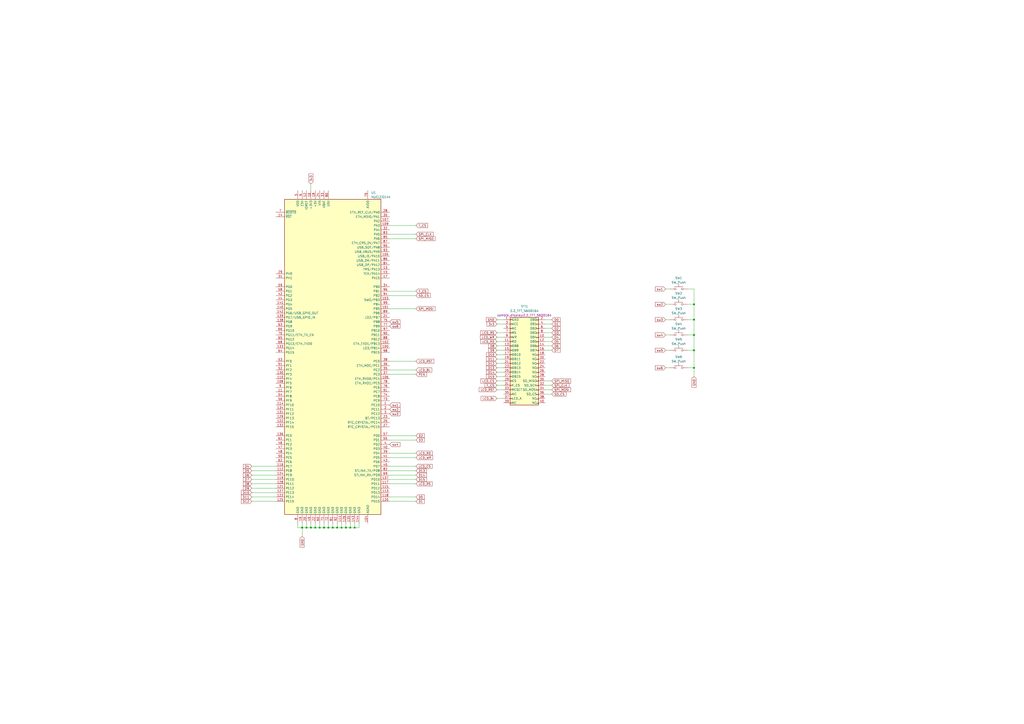
<source format=kicad_sch>
(kicad_sch (version 20230121) (generator eeschema)
  (paper "A2")
  (lib_symbols
    (symbol "Switch:SW_Push" (pin_numbers hide) (pin_names (offset 1.016) hide)
      (property "Reference" "SW" (at 1.27 2.54 0))
      (property "Value" "SW_Push" (at 0 -1.524 0))
      (symbol "SW_Push_0_1"
        (circle (center -2.032 0) (radius 0.508))
        (polyline (pts (xy 0 1.27) (xy 0 3.048)))
        (polyline (pts (xy 2.54 1.27) (xy -2.54 1.27)))
        (circle (center 2.032 0) (radius 0.508))
        (pin passive line (at -5.08 0 0) (length 2.54) (name "1") (number "1"))
        (pin passive line (at 5.08 0 180) (length 2.54) (name "2") (number "2"))
      )
    )
    (symbol "zombie_display:2.2_TFT_S6D0164" (pin_names (offset 1.016))
      (property "Reference" "TFT" (at 0 27.94 0))
      (property "Value" "2.2_TFT_S6D0164" (at 0 -25.4 0))
      (property "Footprint" "zombie_display:2.2_TFT_S6D0164" (at 0.254 -27.559 0))
      (symbol "2.2_TFT_S6D0164_1_1"
        (rectangle (start -7.6454 26.6446) (end 8.89 -24.13) (stroke (width 0.254)) (fill (type background)))
        (rectangle (start -7.62 -22.86) (end -6.35 -23.114) (stroke (width 0.1524)))
        (rectangle (start -7.62 -20.32) (end -6.35 -20.574) (stroke (width 0.1524)))
        (rectangle (start -7.62 -17.78) (end -6.35 -18.034) (stroke (width 0.1524)))
        (rectangle (start -7.62 -15.113) (end -6.35 -15.367) (stroke (width 0.1524)))
        (rectangle (start -7.62 -12.573) (end -6.35 -12.827) (stroke (width 0.1524)))
        (rectangle (start -7.62 -10.033) (end -6.35 -10.287) (stroke (width 0.1524)))
        (rectangle (start -7.62 -7.493) (end -6.35 -7.747) (stroke (width 0.1524)))
        (rectangle (start -7.62 -4.953) (end -6.35 -5.207) (stroke (width 0.1524)))
        (rectangle (start -7.62 -2.413) (end -6.35 -2.667) (stroke (width 0.1524)))
        (rectangle (start -7.62 0.127) (end -6.35 -0.127) (stroke (width 0.1524)))
        (rectangle (start -7.62 2.667) (end -6.35 2.413) (stroke (width 0.1524)))
        (rectangle (start -7.62 5.207) (end -6.35 4.953) (stroke (width 0.1524)))
        (rectangle (start -7.62 7.747) (end -6.35 7.493) (stroke (width 0.1524)))
        (rectangle (start -7.62 10.287) (end -6.35 10.033) (stroke (width 0.1524)))
        (rectangle (start -7.62 12.827) (end -6.35 12.573) (stroke (width 0.1524)))
        (rectangle (start -7.62 15.367) (end -6.35 15.113) (stroke (width 0.1524)))
        (rectangle (start -7.62 17.907) (end -6.35 17.653) (stroke (width 0.1524)))
        (rectangle (start -7.62 20.447) (end -6.35 20.193) (stroke (width 0.1524)))
        (rectangle (start -7.62 22.987) (end -6.35 22.733) (stroke (width 0.1524)))
        (rectangle (start -7.62 25.527) (end -6.35 25.273) (stroke (width 0.1524)))
        (rectangle (start 7.62 -15.24) (end 8.89 -15.494) (stroke (width 0.1524)))
        (rectangle (start 7.62 -2.54) (end 8.89 -2.794) (stroke (width 0.1524)))
        (rectangle (start 7.6962 -22.987) (end 8.9662 -23.241) (stroke (width 0.1524)))
        (rectangle (start 7.6962 -20.447) (end 8.9662 -20.701) (stroke (width 0.1524)))
        (rectangle (start 7.6962 -17.907) (end 8.9662 -18.161) (stroke (width 0.1524)))
        (rectangle (start 8.89 -12.7) (end 7.62 -12.954) (stroke (width 0.1524)))
        (rectangle (start 8.89 -10.16) (end 7.62 -10.414) (stroke (width 0.1524)))
        (rectangle (start 8.89 -7.62) (end 7.62 -7.874) (stroke (width 0.1524)))
        (rectangle (start 8.89 -5.08) (end 7.62 -5.334) (stroke (width 0.1524)))
        (rectangle (start 8.89 0) (end 7.62 -0.254) (stroke (width 0.1524)))
        (rectangle (start 8.89 2.54) (end 7.62 2.286) (stroke (width 0.1524)))
        (rectangle (start 8.89 5.08) (end 7.62 4.826) (stroke (width 0.1524)))
        (rectangle (start 8.89 7.62) (end 7.62 7.366) (stroke (width 0.1524)))
        (rectangle (start 8.89 10.16) (end 7.62 9.906) (stroke (width 0.1524)))
        (rectangle (start 8.89 12.7) (end 7.62 12.446) (stroke (width 0.1524)))
        (rectangle (start 8.89 15.24) (end 7.62 14.986) (stroke (width 0.1524)))
        (rectangle (start 8.89 17.78) (end 7.62 17.526) (stroke (width 0.1524)))
        (rectangle (start 8.89 20.32) (end 7.62 20.066) (stroke (width 0.1524)))
        (rectangle (start 8.89 22.86) (end 7.62 22.606) (stroke (width 0.1524)))
        (rectangle (start 8.89 25.4) (end 7.62 25.146) (stroke (width 0.1524)))
        (pin passive line (at -11.43 25.4 0) (length 3.81) (name "GND") (number "1"))
        (pin passive line (at 12.7 15.24 180) (length 3.81) (name "DB4") (number "10"))
        (pin passive line (at -11.43 12.7 0) (length 3.81) (name "RD") (number "11"))
        (pin passive line (at 12.7 12.7 180) (length 3.81) (name "DB5") (number "12"))
        (pin passive line (at -11.43 10.16 0) (length 3.81) (name "DB8") (number "13"))
        (pin passive line (at 12.7 10.16 180) (length 3.81) (name "DB6") (number "14"))
        (pin passive line (at -11.43 7.62 0) (length 3.81) (name "DB9") (number "15"))
        (pin passive line (at 12.7 7.62 180) (length 3.81) (name "DB7") (number "16"))
        (pin passive line (at -11.43 5.08 0) (length 3.81) (name "DB10") (number "17"))
        (pin free line (at 12.7 5.08 180) (length 3.81) (name "NC") (number "18"))
        (pin passive line (at -11.43 2.54 0) (length 3.81) (name "DB11") (number "19"))
        (pin passive line (at 12.7 25.4 180) (length 3.81) (name "DB0") (number "2"))
        (pin free line (at 12.7 2.54 180) (length 3.81) (name "NC") (number "20"))
        (pin passive line (at -11.43 0 0) (length 3.81) (name "DB12") (number "21"))
        (pin free line (at 12.7 0 180) (length 3.81) (name "NC") (number "22"))
        (pin passive line (at -11.43 -2.54 0) (length 3.81) (name "DB13") (number "23"))
        (pin free line (at 12.7 -2.54 180) (length 3.81) (name "NC") (number "24"))
        (pin passive line (at -11.43 -5.08 0) (length 3.81) (name "DB14") (number "25"))
        (pin free line (at 12.7 -5.08 180) (length 3.81) (name "NC") (number "26"))
        (pin passive line (at -11.43 -7.62 0) (length 3.81) (name "DB15") (number "27"))
        (pin free line (at 12.7 -7.62 180) (length 3.81) (name "NC") (number "28"))
        (pin passive line (at -11.43 -10.16 0) (length 3.81) (name "CS") (number "29"))
        (pin passive line (at -11.43 22.86 0) (length 3.81) (name "VCC") (number "3"))
        (pin passive line (at 12.7 -10.16 180) (length 3.81) (name "SD_MISO") (number "30"))
        (pin passive line (at -11.43 -12.7 0) (length 3.81) (name "F_CS") (number "31"))
        (pin passive line (at 12.7 -12.7 180) (length 3.81) (name "SD_SCK") (number "32"))
        (pin passive line (at -11.43 -15.24 0) (length 3.81) (name "RESET") (number "33"))
        (pin passive line (at 12.7 -15.24 180) (length 3.81) (name "SD_MOSI") (number "34"))
        (pin free line (at -11.43 -17.78 0) (length 3.81) (name "NC") (number "35"))
        (pin passive line (at 12.7 -17.78 180) (length 3.81) (name "SD_CS") (number "36"))
        (pin passive line (at -11.43 -20.32 0) (length 3.81) (name "LED_A") (number "37"))
        (pin free line (at 12.7 -20.32 180) (length 3.81) (name "NC") (number "38"))
        (pin free line (at -11.43 -22.86 0) (length 3.81) (name "NC") (number "39"))
        (pin passive line (at 12.7 22.86 180) (length 3.81) (name "DB1") (number "4"))
        (pin free line (at 12.7 -22.86 180) (length 3.81) (name "NC") (number "40"))
        (pin free line (at -11.43 20.32 0) (length 3.81) (name "NC") (number "5"))
        (pin passive line (at 12.7 20.32 180) (length 3.81) (name "DB2") (number "6"))
        (pin passive line (at -11.43 17.78 0) (length 3.81) (name "RS") (number "7"))
        (pin passive line (at 12.7 17.78 180) (length 3.81) (name "DB3") (number "8"))
        (pin passive line (at -11.43 15.24 0) (length 3.81) (name "WR") (number "9"))
      )
    )
    (symbol "zombie_nucleo:NUCLEO144-Short"
      (property "Reference" "U" (at -22.86 94.615 0))
      (property "Value" "NUCLEO144" (at -22.86 92.71 0))
      (symbol "NUCLEO144-Short_0_1"
        (rectangle (start -27.94 91.44) (end 27.94 -91.44) (stroke (width 0.254)) (fill (type background)))
      )
      (symbol "NUCLEO144-Short_1_1"
        (pin bidirectional line (at 33.02 -27.94 180) (length 5.08) (name "PC10") (number "1"))
        (pin no_connect line (at -27.94 55.88 0) (length 5.08) hide (name "NC") (number "10"))
        (pin bidirectional line (at 33.02 5.08 180) (length 5.08) (name "LD3/PB14") (number "100"))
        (pin bidirectional line (at 33.02 27.94 180) (length 5.08) (name "PB5") (number "101"))
        (pin bidirectional line (at 33.02 7.62 180) (length 5.08) (name "ETH_TXD1/PB13") (number "102"))
        (pin bidirectional line (at 33.02 33.02 180) (length 5.08) (name "SWO/PB3") (number "103"))
        (pin power_in line (at 20.32 -96.52 90) (length 5.08) (name "AGND") (number "104"))
        (pin bidirectional line (at 33.02 58.42 180) (length 5.08) (name "USB_ID/PA10") (number "105"))
        (pin bidirectional line (at 33.02 -12.7 180) (length 5.08) (name "ETH_RXD0/PC4") (number "106"))
        (pin bidirectional line (at 33.02 78.74 180) (length 5.08) (name "PA2") (number "107"))
        (pin bidirectional line (at -33.02 -15.24 0) (length 5.08) (name "PF5") (number "108"))
        (pin bidirectional line (at 33.02 76.2 180) (length 5.08) (name "PA3") (number "109"))
        (pin bidirectional line (at -33.02 -20.32 0) (length 5.08) (name "PF7") (number "11"))
        (pin bidirectional line (at -33.02 -12.7 0) (length 5.08) (name "PF4") (number "110"))
        (pin power_in line (at 5.08 -96.52 90) (length 5.08) (name "GND") (number "111"))
        (pin bidirectional line (at -33.02 -66.04 0) (length 5.08) (name "PE8") (number "112"))
        (pin bidirectional line (at 33.02 -78.74 180) (length 5.08) (name "PD13") (number "113"))
        (pin bidirectional line (at -33.02 -27.94 0) (length 5.08) (name "PF10") (number "114"))
        (pin bidirectional line (at 33.02 -76.2 180) (length 5.08) (name "PD12") (number "115"))
        (pin bidirectional line (at -33.02 -63.5 0) (length 5.08) (name "PE7") (number "116"))
        (pin bidirectional line (at 33.02 -73.66 180) (length 5.08) (name "PD11") (number "117"))
        (pin bidirectional line (at 33.02 -81.28 180) (length 5.08) (name "PD14") (number "118"))
        (pin bidirectional line (at -33.02 -71.12 0) (length 5.08) (name "PE10") (number "119"))
        (pin power_in line (at -15.24 96.52 270) (length 5.08) (name "IOREF") (number "12"))
        (pin bidirectional line (at 33.02 -83.82 180) (length 5.08) (name "PD15") (number "120"))
        (pin bidirectional line (at -33.02 -76.2 0) (length 5.08) (name "PE12") (number "121"))
        (pin bidirectional line (at -33.02 -38.1 0) (length 5.08) (name "PF14") (number "122"))
        (pin bidirectional line (at -33.02 -81.28 0) (length 5.08) (name "PE14") (number "123"))
        (pin bidirectional line (at -33.02 -68.58 0) (length 5.08) (name "PE9") (number "124"))
        (pin bidirectional line (at -33.02 -83.82 0) (length 5.08) (name "PE15") (number "125"))
        (pin power_in line (at 7.62 -96.52 90) (length 5.08) (name "GND") (number "126"))
        (pin bidirectional line (at -33.02 -78.74 0) (length 5.08) (name "PE13") (number "127"))
        (pin bidirectional line (at -33.02 -73.66 0) (length 5.08) (name "PE11") (number "128"))
        (pin bidirectional line (at -33.02 -35.56 0) (length 5.08) (name "PF13") (number "129"))
        (pin bidirectional line (at 33.02 50.8 180) (length 5.08) (name "TMS/PA13") (number "13"))
        (pin bidirectional line (at -33.02 -10.16 0) (length 5.08) (name "PF3") (number "130"))
        (pin bidirectional line (at -33.02 -33.02 0) (length 5.08) (name "PF12") (number "131"))
        (pin bidirectional line (at -33.02 -40.64 0) (length 5.08) (name "PF15") (number "132"))
        (pin bidirectional line (at -33.02 5.08 0) (length 5.08) (name "PG14") (number "133"))
        (pin bidirectional line (at -33.02 -30.48 0) (length 5.08) (name "PF11") (number "134"))
        (pin power_in line (at 10.16 -96.52 90) (length 5.08) (name "GND") (number "135"))
        (pin bidirectional line (at -33.02 -45.72 0) (length 5.08) (name "PE0") (number "136"))
        (pin bidirectional line (at 33.02 -71.12 180) (length 5.08) (name "PD10") (number "137"))
        (pin bidirectional line (at -33.02 20.32 0) (length 5.08) (name "PG8") (number "138"))
        (pin bidirectional line (at -33.02 22.86 0) (length 5.08) (name "PG7/USB_GPIO_IN") (number "139"))
        (pin input line (at -33.02 81.28 0) (length 5.08) (name "~{RST}") (number "14"))
        (pin bidirectional line (at -33.02 27.94 0) (length 5.08) (name "PG5") (number "140"))
        (pin bidirectional line (at -33.02 30.48 0) (length 5.08) (name "PG4") (number "141"))
        (pin bidirectional line (at -33.02 25.4 0) (length 5.08) (name "PG6/USB_GPIO_OUT") (number "142"))
        (pin power_in line (at 12.7 -96.52 90) (length 5.08) (name "GND") (number "143"))
        (pin power_in line (at 15.24 -96.52 90) (length 5.08) (name "GND") (number "144"))
        (pin bidirectional line (at 33.02 48.26 180) (length 5.08) (name "TCK/PA14") (number "15"))
        (pin power_in line (at -12.7 96.52 270) (length 5.08) (name "+3V3") (number "16"))
        (pin bidirectional line (at 33.02 45.72 180) (length 5.08) (name "PA15") (number "17"))
        (pin power_in line (at -10.16 96.52 270) (length 5.08) (name "+5V") (number "18"))
        (pin power_in line (at -17.78 -96.52 90) (length 5.08) (name "GND") (number "19"))
        (pin bidirectional line (at 33.02 -30.48 180) (length 5.08) (name "PC11") (number "2"))
        (pin power_in line (at -15.24 -96.52 90) (length 5.08) (name "GND") (number "20"))
        (pin bidirectional line (at 33.02 22.86 180) (length 5.08) (name "LD2/PB7") (number "21"))
        (pin power_in line (at -10.16 -96.52 90) (length 5.08) (name "GND") (number "22"))
        (pin bidirectional line (at 33.02 -35.56 180) (length 5.08) (name "BT/PC13") (number "23"))
        (pin power_in line (at -7.62 96.52 270) (length 5.08) (name "VIN") (number "24"))
        (pin bidirectional line (at 33.02 -38.1 180) (length 5.08) (name "RTC_CRYSTAL/PC14") (number "25"))
        (pin no_connect line (at -27.94 58.42 0) (length 5.08) hide (name "NC") (number "26"))
        (pin bidirectional line (at 33.02 -40.64 180) (length 5.08) (name "RTC_CRYSTAL/PC15") (number "27"))
        (pin bidirectional line (at 33.02 83.82 180) (length 5.08) (name "ETH_REF_CLK/PA0") (number "28"))
        (pin bidirectional line (at -33.02 48.26 0) (length 5.08) (name "PH0") (number "29"))
        (pin bidirectional line (at 33.02 -33.02 180) (length 5.08) (name "PC12") (number "3"))
        (pin bidirectional line (at 33.02 81.28 180) (length 5.08) (name "ETH_MDIO/PA1") (number "30"))
        (pin bidirectional line (at -33.02 45.72 0) (length 5.08) (name "PH1") (number "31"))
        (pin bidirectional line (at 33.02 73.66 180) (length 5.08) (name "PA4") (number "32"))
        (pin power_in line (at -5.08 96.52 270) (length 5.08) (name "VBAT") (number "33"))
        (pin bidirectional line (at 33.02 40.64 180) (length 5.08) (name "PB0") (number "34"))
        (pin bidirectional line (at 33.02 -7.62 180) (length 5.08) (name "PC2") (number "35"))
        (pin bidirectional line (at 33.02 -5.08 180) (length 5.08) (name "ETH_MDC/PC1") (number "36"))
        (pin bidirectional line (at 33.02 -10.16 180) (length 5.08) (name "PC3") (number "37"))
        (pin bidirectional line (at 33.02 -2.54 180) (length 5.08) (name "PC0") (number "38"))
        (pin bidirectional line (at 33.02 -55.88 180) (length 5.08) (name "PD4") (number "39"))
        (pin bidirectional line (at 33.02 -50.8 180) (length 5.08) (name "PD2") (number "4"))
        (pin bidirectional line (at 33.02 -53.34 180) (length 5.08) (name "PD3") (number "40"))
        (pin bidirectional line (at 33.02 -58.42 180) (length 5.08) (name "PD5") (number "41"))
        (pin bidirectional line (at -33.02 35.56 0) (length 5.08) (name "PG2") (number "42"))
        (pin bidirectional line (at 33.02 -60.96 180) (length 5.08) (name "PD6") (number "43"))
        (pin bidirectional line (at -33.02 33.02 0) (length 5.08) (name "PG3") (number "44"))
        (pin bidirectional line (at 33.02 -63.5 180) (length 5.08) (name "PD7") (number "45"))
        (pin bidirectional line (at -33.02 -50.8 0) (length 5.08) (name "PE2") (number "46"))
        (pin bidirectional line (at -33.02 -53.34 0) (length 5.08) (name "PE3") (number "47"))
        (pin bidirectional line (at -33.02 -55.88 0) (length 5.08) (name "PE4") (number "48"))
        (pin power_in line (at -12.7 -96.52 90) (length 5.08) (name "GND") (number "49"))
        (pin power_in line (at -20.32 96.52 270) (length 5.08) (name "VDD") (number "5"))
        (pin bidirectional line (at -33.02 -58.42 0) (length 5.08) (name "PE5") (number "50"))
        (pin bidirectional line (at -33.02 -5.08 0) (length 5.08) (name "PF1") (number "51"))
        (pin bidirectional line (at -33.02 -7.62 0) (length 5.08) (name "PF2") (number "52"))
        (pin bidirectional line (at -33.02 -2.54 0) (length 5.08) (name "PF0") (number "53"))
        (pin bidirectional line (at -33.02 -22.86 0) (length 5.08) (name "PF8") (number "54"))
        (pin bidirectional line (at 33.02 -48.26 180) (length 5.08) (name "PD1") (number "55"))
        (pin bidirectional line (at -33.02 -25.4 0) (length 5.08) (name "PF9") (number "56"))
        (pin bidirectional line (at 33.02 -45.72 180) (length 5.08) (name "PD0") (number "57"))
        (pin bidirectional line (at -33.02 38.1 0) (length 5.08) (name "PG1") (number "58"))
        (pin bidirectional line (at -33.02 40.64 0) (length 5.08) (name "PG0") (number "59"))
        (pin power_in line (at -17.78 96.52 270) (length 5.08) (name "E5V") (number "6"))
        (pin power_in line (at -7.62 -96.52 90) (length 5.08) (name "GND") (number "60"))
        (pin bidirectional line (at -33.02 -48.26 0) (length 5.08) (name "PE1") (number "61"))
        (pin bidirectional line (at -33.02 -60.96 0) (length 5.08) (name "PE6") (number "62"))
        (pin bidirectional line (at -33.02 17.78 0) (length 5.08) (name "PG9") (number "63"))
        (pin bidirectional line (at -33.02 2.54 0) (length 5.08) (name "PG15") (number "64"))
        (pin bidirectional line (at -33.02 10.16 0) (length 5.08) (name "PG12") (number "65"))
        (pin bidirectional line (at -33.02 15.24 0) (length 5.08) (name "PG10") (number "66"))
        (pin no_connect line (at -27.94 53.34 0) (length 5.08) hide (name "NC") (number "67"))
        (pin bidirectional line (at -33.02 7.62 0) (length 5.08) (name "PG13/ETH_TXD0") (number "68"))
        (pin bidirectional line (at 33.02 -68.58 180) (length 5.08) (name "STLINK_RX/PD9") (number "69"))
        (pin input line (at -33.02 83.82 0) (length 5.08) (name "~{BOOT0}") (number "7"))
        (pin bidirectional line (at -33.02 12.7 0) (length 5.08) (name "PG11/ETH_TX_EN") (number "70"))
        (pin power_in line (at -5.08 -96.52 90) (length 5.08) (name "GND") (number "71"))
        (pin power_in line (at -2.54 -96.52 90) (length 5.08) (name "GND") (number "72"))
        (pin bidirectional line (at 33.02 -25.4 180) (length 5.08) (name "PC9") (number "73"))
        (pin bidirectional line (at 33.02 -22.86 180) (length 5.08) (name "PC8") (number "74"))
        (pin bidirectional line (at 33.02 20.32 180) (length 5.08) (name "PB8") (number "75"))
        (pin bidirectional line (at 33.02 -17.78 180) (length 5.08) (name "PC6") (number "76"))
        (pin bidirectional line (at 33.02 17.78 180) (length 5.08) (name "PB9") (number "77"))
        (pin bidirectional line (at 33.02 -15.24 180) (length 5.08) (name "ETH_RXD1/PC5") (number "78"))
        (pin power_in line (at 20.32 96.52 270) (length 5.08) (name "AVDD") (number "79"))
        (pin power_in line (at -20.32 -96.52 90) (length 5.08) (name "GND") (number "8"))
        (pin power_in line (at -2.54 96.52 270) (length 5.08) (name "U5V") (number "80"))
        (pin power_in line (at 0 -96.52 90) (length 5.08) (name "GND") (number "81"))
        (pin bidirectional line (at 33.02 -66.04 180) (length 5.08) (name "STLINK_TX/PD8") (number "82"))
        (pin bidirectional line (at 33.02 71.12 180) (length 5.08) (name "PA5") (number "83"))
        (pin bidirectional line (at 33.02 53.34 180) (length 5.08) (name "USB_DP/PA12") (number "84"))
        (pin bidirectional line (at 33.02 68.58 180) (length 5.08) (name "PA6") (number "85"))
        (pin bidirectional line (at 33.02 55.88 180) (length 5.08) (name "USB_DM/PA11") (number "86"))
        (pin bidirectional line (at 33.02 66.04 180) (length 5.08) (name "ETH_CRS_DV/PA7") (number "87"))
        (pin bidirectional line (at 33.02 10.16 180) (length 5.08) (name "PB12") (number "88"))
        (pin bidirectional line (at 33.02 25.4 180) (length 5.08) (name "PB6") (number "89"))
        (pin bidirectional line (at -33.02 -17.78 0) (length 5.08) (name "PF6") (number "9"))
        (pin bidirectional line (at 33.02 12.7 180) (length 5.08) (name "PB11") (number "90"))
        (pin bidirectional line (at 33.02 -20.32 180) (length 5.08) (name "PC7") (number "91"))
        (pin power_in line (at 2.54 -96.52 90) (length 5.08) (name "GND") (number "92"))
        (pin bidirectional line (at 33.02 60.96 180) (length 5.08) (name "USB_VBUS/PA9") (number "93"))
        (pin bidirectional line (at 33.02 35.56 180) (length 5.08) (name "PB2") (number "94"))
        (pin bidirectional line (at 33.02 63.5 180) (length 5.08) (name "USB_SOF/PA8") (number "95"))
        (pin bidirectional line (at 33.02 38.1 180) (length 5.08) (name "PB1") (number "96"))
        (pin bidirectional line (at 33.02 15.24 180) (length 5.08) (name "PB10") (number "97"))
        (pin bidirectional line (at 33.02 2.54 180) (length 5.08) (name "PB15") (number "98"))
        (pin bidirectional line (at 33.02 30.48 180) (length 5.08) (name "PB4") (number "99"))
      )
    )
  )
  (junction (at 195.58 306.07))
  (junction (at 402.59 176.53))
  (junction (at 190.5 306.07))
  (junction (at 203.2 306.07))
  (junction (at 193.04 306.07))
  (junction (at 402.59 194.31))
  (junction (at 180.34 306.07))
  (junction (at 402.59 213.36))
  (junction (at 402.59 203.2))
  (junction (at 185.42 306.07))
  (junction (at 175.26 306.07))
  (junction (at 198.12 306.07))
  (junction (at 177.8 306.07))
  (junction (at 187.96 306.07))
  (junction (at 402.59 185.42))
  (junction (at 200.66 306.07))
  (junction (at 205.74 306.07))
  (junction (at 182.88 306.07))
  (wire (pts (xy 386.08 194.31) (xy 388.62 194.31)))
  (wire (pts (xy 146.05 280.67) (xy 160.02 280.67)))
  (wire (pts (xy 288.29 226.06) (xy 292.1 226.06)))
  (wire (pts (xy 226.06 278.13) (xy 241.3 278.13)))
  (wire (pts (xy 288.29 193.04) (xy 292.1 193.04)))
  (wire (pts (xy 288.29 218.44) (xy 292.1 218.44)))
  (wire (pts (xy 402.59 213.36) (xy 402.59 203.2)))
  (wire (pts (xy 288.29 208.28) (xy 292.1 208.28)))
  (wire (pts (xy 320.04 228.6) (xy 316.23 228.6)))
  (wire (pts (xy 200.66 306.07) (xy 203.2 306.07)))
  (wire (pts (xy 200.66 303.53) (xy 200.66 306.07)))
  (wire (pts (xy 146.05 283.21) (xy 160.02 283.21)))
  (wire (pts (xy 175.26 306.07) (xy 175.26 311.15)))
  (wire (pts (xy 177.8 306.07) (xy 175.26 306.07)))
  (wire (pts (xy 226.06 270.51) (xy 241.3 270.51)))
  (wire (pts (xy 386.08 176.53) (xy 388.62 176.53)))
  (wire (pts (xy 320.04 195.58) (xy 316.23 195.58)))
  (wire (pts (xy 182.88 303.53) (xy 182.88 306.07)))
  (wire (pts (xy 226.06 280.67) (xy 241.3 280.67)))
  (wire (pts (xy 320.04 198.12) (xy 316.23 198.12)))
  (wire (pts (xy 182.88 306.07) (xy 185.42 306.07)))
  (wire (pts (xy 320.04 193.04) (xy 316.23 193.04)))
  (wire (pts (xy 288.29 198.12) (xy 292.1 198.12)))
  (wire (pts (xy 146.05 273.05) (xy 160.02 273.05)))
  (wire (pts (xy 288.29 215.9) (xy 292.1 215.9)))
  (wire (pts (xy 226.06 290.83) (xy 241.3 290.83)))
  (wire (pts (xy 320.04 223.52) (xy 316.23 223.52)))
  (wire (pts (xy 226.06 288.29) (xy 241.3 288.29)))
  (wire (pts (xy 180.34 306.07) (xy 182.88 306.07)))
  (wire (pts (xy 288.29 231.14) (xy 292.1 231.14)))
  (wire (pts (xy 175.26 303.53) (xy 175.26 306.07)))
  (wire (pts (xy 402.59 218.44) (xy 402.59 213.36)))
  (wire (pts (xy 226.06 275.59) (xy 241.3 275.59)))
  (wire (pts (xy 402.59 194.31) (xy 402.59 185.42)))
  (wire (pts (xy 198.12 306.07) (xy 200.66 306.07)))
  (wire (pts (xy 398.78 213.36) (xy 402.59 213.36)))
  (wire (pts (xy 288.29 185.42) (xy 292.1 185.42)))
  (wire (pts (xy 398.78 185.42) (xy 402.59 185.42)))
  (wire (pts (xy 146.05 290.83) (xy 160.02 290.83)))
  (wire (pts (xy 198.12 303.53) (xy 198.12 306.07)))
  (wire (pts (xy 398.78 203.2) (xy 402.59 203.2)))
  (wire (pts (xy 226.06 273.05) (xy 241.3 273.05)))
  (wire (pts (xy 386.08 167.64) (xy 388.62 167.64)))
  (wire (pts (xy 320.04 203.2) (xy 316.23 203.2)))
  (wire (pts (xy 226.06 171.45) (xy 241.3 171.45)))
  (wire (pts (xy 320.04 226.06) (xy 316.23 226.06)))
  (wire (pts (xy 288.29 210.82) (xy 292.1 210.82)))
  (wire (pts (xy 226.06 214.63) (xy 241.3 214.63)))
  (wire (pts (xy 288.29 200.66) (xy 292.1 200.66)))
  (wire (pts (xy 146.05 288.29) (xy 160.02 288.29)))
  (wire (pts (xy 185.42 303.53) (xy 185.42 306.07)))
  (wire (pts (xy 193.04 306.07) (xy 195.58 306.07)))
  (wire (pts (xy 288.29 195.58) (xy 292.1 195.58)))
  (wire (pts (xy 208.28 303.53) (xy 208.28 306.07)))
  (wire (pts (xy 226.06 255.27) (xy 241.3 255.27)))
  (wire (pts (xy 320.04 220.98) (xy 316.23 220.98)))
  (wire (pts (xy 195.58 303.53) (xy 195.58 306.07)))
  (wire (pts (xy 146.05 278.13) (xy 160.02 278.13)))
  (wire (pts (xy 146.05 270.51) (xy 160.02 270.51)))
  (wire (pts (xy 190.5 303.53) (xy 190.5 306.07)))
  (wire (pts (xy 288.29 187.96) (xy 292.1 187.96)))
  (wire (pts (xy 190.5 306.07) (xy 187.96 306.07)))
  (wire (pts (xy 402.59 203.2) (xy 402.59 194.31)))
  (wire (pts (xy 398.78 176.53) (xy 402.59 176.53)))
  (wire (pts (xy 226.06 209.55) (xy 241.3 209.55)))
  (wire (pts (xy 226.06 138.43) (xy 241.3 138.43)))
  (wire (pts (xy 320.04 185.42) (xy 316.23 185.42)))
  (wire (pts (xy 226.06 168.91) (xy 241.3 168.91)))
  (wire (pts (xy 226.06 217.17) (xy 241.3 217.17)))
  (wire (pts (xy 226.06 135.89) (xy 241.3 135.89)))
  (wire (pts (xy 320.04 190.5) (xy 316.23 190.5)))
  (wire (pts (xy 386.08 185.42) (xy 388.62 185.42)))
  (wire (pts (xy 226.06 179.07) (xy 241.3 179.07)))
  (wire (pts (xy 386.08 203.2) (xy 388.62 203.2)))
  (wire (pts (xy 146.05 275.59) (xy 160.02 275.59)))
  (wire (pts (xy 402.59 176.53) (xy 402.59 167.64)))
  (wire (pts (xy 226.06 265.43) (xy 241.3 265.43)))
  (wire (pts (xy 180.34 106.68) (xy 180.34 110.49)))
  (wire (pts (xy 226.06 130.81) (xy 241.3 130.81)))
  (wire (pts (xy 226.06 262.89) (xy 241.3 262.89)))
  (wire (pts (xy 193.04 306.07) (xy 190.5 306.07)))
  (wire (pts (xy 177.8 306.07) (xy 180.34 306.07)))
  (wire (pts (xy 193.04 303.53) (xy 193.04 306.07)))
  (wire (pts (xy 205.74 306.07) (xy 203.2 306.07)))
  (wire (pts (xy 187.96 303.53) (xy 187.96 306.07)))
  (wire (pts (xy 288.29 205.74) (xy 292.1 205.74)))
  (wire (pts (xy 386.08 213.36) (xy 388.62 213.36)))
  (wire (pts (xy 185.42 306.07) (xy 187.96 306.07)))
  (wire (pts (xy 398.78 194.31) (xy 402.59 194.31)))
  (wire (pts (xy 203.2 303.53) (xy 203.2 306.07)))
  (wire (pts (xy 226.06 252.73) (xy 241.3 252.73)))
  (wire (pts (xy 208.28 306.07) (xy 205.74 306.07)))
  (wire (pts (xy 172.72 306.07) (xy 175.26 306.07)))
  (wire (pts (xy 320.04 200.66) (xy 316.23 200.66)))
  (wire (pts (xy 195.58 306.07) (xy 198.12 306.07)))
  (wire (pts (xy 146.05 285.75) (xy 160.02 285.75)))
  (wire (pts (xy 180.34 303.53) (xy 180.34 306.07)))
  (wire (pts (xy 288.29 203.2) (xy 292.1 203.2)))
  (wire (pts (xy 402.59 185.42) (xy 402.59 176.53)))
  (wire (pts (xy 288.29 223.52) (xy 292.1 223.52)))
  (wire (pts (xy 205.74 303.53) (xy 205.74 306.07)))
  (wire (pts (xy 402.59 167.64) (xy 398.78 167.64)))
  (wire (pts (xy 177.8 303.53) (xy 177.8 306.07)))
  (wire (pts (xy 288.29 220.98) (xy 292.1 220.98)))
  (wire (pts (xy 172.72 303.53) (xy 172.72 306.07)))
  (wire (pts (xy 288.29 213.36) (xy 292.1 213.36)))
  (wire (pts (xy 320.04 187.96) (xy 316.23 187.96)))
  (global_label "LCD_RST" (shape input) (at 288.29 226.06 180) (property "Intersheetrefs" "${INTERSHEET_REFS}" (effects hide)))
  (global_label "D6" (shape input) (at 320.04 200.66 0) (property "Intersheetrefs" "${INTERSHEET_REFS}" (effects hide)))
  (global_label "GND" (shape input) (at 402.59 218.44 270) (property "Intersheetrefs" "${INTERSHEET_REFS}" (effects hide)))
  (global_label "LCD_WR" (shape input) (at 241.3 265.43 0) (property "Intersheetrefs" "${INTERSHEET_REFS}" (effects hide)))
  (global_label "SPI_MOSI" (shape input) (at 241.3 179.07 0) (property "Intersheetrefs" "${INTERSHEET_REFS}" (effects hide)))
  (global_label "D13" (shape input) (at 288.29 213.36 180) (property "Intersheetrefs" "${INTERSHEET_REFS}" (effects hide)))
  (global_label "D9" (shape input) (at 288.29 203.2 180) (property "Intersheetrefs" "${INTERSHEET_REFS}" (effects hide)))
  (global_label "sw6" (shape input) (at 386.08 213.36 180) (property "Intersheetrefs" "${INTERSHEET_REFS}" (effects hide)))
  (global_label "SPI_MOSI" (shape input) (at 320.04 226.06 0) (property "Intersheetrefs" "${INTERSHEET_REFS}" (effects hide)))
  (global_label "D14" (shape input) (at 241.3 275.59 0) (property "Intersheetrefs" "${INTERSHEET_REFS}" (effects hide)))
  (global_label "D9" (shape input) (at 146.05 283.21 180) (property "Intersheetrefs" "${INTERSHEET_REFS}" (effects hide)))
  (global_label "GND" (shape input) (at 175.26 311.15 270) (property "Intersheetrefs" "${INTERSHEET_REFS}" (effects hide)))
  (global_label "sw4" (shape input) (at 386.08 194.31 180) (property "Intersheetrefs" "${INTERSHEET_REFS}" (effects hide)))
  (global_label "PEN" (shape input) (at 241.3 217.17 0) (property "Intersheetrefs" "${INTERSHEET_REFS}" (effects hide)))
  (global_label "D6" (shape input) (at 146.05 275.59 180) (property "Intersheetrefs" "${INTERSHEET_REFS}" (effects hide)))
  (global_label "D8" (shape input) (at 288.29 200.66 180) (property "Intersheetrefs" "${INTERSHEET_REFS}" (effects hide)))
  (global_label "3v3" (shape input) (at 288.29 187.96 180) (property "Intersheetrefs" "${INTERSHEET_REFS}" (effects hide)))
  (global_label "LCD_WR" (shape input) (at 288.29 195.58 180) (property "Intersheetrefs" "${INTERSHEET_REFS}" (effects hide)))
  (global_label "F_CS" (shape input) (at 288.29 223.52 180) (property "Intersheetrefs" "${INTERSHEET_REFS}" (effects hide)))
  (global_label "sw3" (shape input) (at 226.06 240.03 0) (property "Intersheetrefs" "${INTERSHEET_REFS}" (effects hide)))
  (global_label "D11" (shape input) (at 146.05 288.29 180) (property "Intersheetrefs" "${INTERSHEET_REFS}" (effects hide)))
  (global_label "D13" (shape input) (at 241.3 273.05 0) (property "Intersheetrefs" "${INTERSHEET_REFS}" (effects hide)))
  (global_label "SPI_MISO" (shape input) (at 241.3 138.43 0) (property "Intersheetrefs" "${INTERSHEET_REFS}" (effects hide)))
  (global_label "SPI_CLK" (shape input) (at 320.04 223.52 0) (property "Intersheetrefs" "${INTERSHEET_REFS}" (effects hide)))
  (global_label "D0" (shape input) (at 320.04 185.42 0) (property "Intersheetrefs" "${INTERSHEET_REFS}" (effects hide)))
  (global_label "D2" (shape input) (at 241.3 252.73 0) (property "Intersheetrefs" "${INTERSHEET_REFS}" (effects hide)))
  (global_label "LCD_RS" (shape input) (at 241.3 280.67 0) (property "Intersheetrefs" "${INTERSHEET_REFS}" (effects hide)))
  (global_label "D10" (shape input) (at 146.05 285.75 180) (property "Intersheetrefs" "${INTERSHEET_REFS}" (effects hide)))
  (global_label "sw5" (shape input) (at 226.06 186.69 0) (property "Intersheetrefs" "${INTERSHEET_REFS}" (effects hide)))
  (global_label "D10" (shape input) (at 288.29 205.74 180) (property "Intersheetrefs" "${INTERSHEET_REFS}" (effects hide)))
  (global_label "D4" (shape input) (at 146.05 270.51 180) (property "Intersheetrefs" "${INTERSHEET_REFS}" (effects hide)))
  (global_label "F_CS" (shape input) (at 241.3 168.91 0) (property "Intersheetrefs" "${INTERSHEET_REFS}" (effects hide)))
  (global_label "SPI_MISO" (shape input) (at 320.04 220.98 0) (property "Intersheetrefs" "${INTERSHEET_REFS}" (effects hide)))
  (global_label "SPI_CLK" (shape input) (at 241.3 135.89 0) (property "Intersheetrefs" "${INTERSHEET_REFS}" (effects hide)))
  (global_label "D12" (shape input) (at 288.29 210.82 180) (property "Intersheetrefs" "${INTERSHEET_REFS}" (effects hide)))
  (global_label "LCD_CS" (shape input) (at 241.3 270.51 0) (property "Intersheetrefs" "${INTERSHEET_REFS}" (effects hide)))
  (global_label "LCD_RD" (shape input) (at 288.29 198.12 180) (property "Intersheetrefs" "${INTERSHEET_REFS}" (effects hide)))
  (global_label "LCD_RST" (shape input) (at 241.3 209.55 0) (property "Intersheetrefs" "${INTERSHEET_REFS}" (effects hide)))
  (global_label "T_CS" (shape input) (at 241.3 130.81 0) (property "Intersheetrefs" "${INTERSHEET_REFS}" (effects hide)))
  (global_label "sw1" (shape input) (at 386.08 167.64 180) (property "Intersheetrefs" "${INTERSHEET_REFS}" (effects hide)))
  (global_label "D15" (shape input) (at 288.29 218.44 180) (property "Intersheetrefs" "${INTERSHEET_REFS}" (effects hide)))
  (global_label "sw5" (shape input) (at 386.08 203.2 180) (property "Intersheetrefs" "${INTERSHEET_REFS}" (effects hide)))
  (global_label "D8" (shape input) (at 146.05 280.67 180) (property "Intersheetrefs" "${INTERSHEET_REFS}" (effects hide)))
  (global_label "D3" (shape input) (at 320.04 193.04 0) (property "Intersheetrefs" "${INTERSHEET_REFS}" (effects hide)))
  (global_label "SD_CS" (shape input) (at 241.3 171.45 0) (property "Intersheetrefs" "${INTERSHEET_REFS}" (effects hide)))
  (global_label "SD_CS" (shape input) (at 320.04 228.6 0) (property "Intersheetrefs" "${INTERSHEET_REFS}" (effects hide)))
  (global_label "D0" (shape input) (at 241.3 288.29 0) (property "Intersheetrefs" "${INTERSHEET_REFS}" (effects hide)))
  (global_label "D1" (shape input) (at 320.04 187.96 0) (property "Intersheetrefs" "${INTERSHEET_REFS}" (effects hide)))
  (global_label "D1" (shape input) (at 241.3 290.83 0) (property "Intersheetrefs" "${INTERSHEET_REFS}" (effects hide)))
  (global_label "D15" (shape input) (at 241.3 278.13 0) (property "Intersheetrefs" "${INTERSHEET_REFS}" (effects hide)))
  (global_label "D3" (shape input) (at 241.3 255.27 0) (property "Intersheetrefs" "${INTERSHEET_REFS}" (effects hide)))
  (global_label "D12" (shape input) (at 146.05 290.83 180) (property "Intersheetrefs" "${INTERSHEET_REFS}" (effects hide)))
  (global_label "sw1" (shape input) (at 226.06 234.95 0) (property "Intersheetrefs" "${INTERSHEET_REFS}" (effects hide)))
  (global_label "sw4" (shape input) (at 226.06 257.81 0) (property "Intersheetrefs" "${INTERSHEET_REFS}" (effects hide)))
  (global_label "3v3" (shape input) (at 180.34 106.68 90) (property "Intersheetrefs" "${INTERSHEET_REFS}" (effects hide)))
  (global_label "D11" (shape input) (at 288.29 208.28 180) (property "Intersheetrefs" "${INTERSHEET_REFS}" (effects hide)))
  (global_label "LCD_RS" (shape input) (at 288.29 193.04 180) (property "Intersheetrefs" "${INTERSHEET_REFS}" (effects hide)))
  (global_label "GND" (shape input) (at 288.29 185.42 180) (property "Intersheetrefs" "${INTERSHEET_REFS}" (effects hide)))
  (global_label "sw3" (shape input) (at 386.08 185.42 180) (property "Intersheetrefs" "${INTERSHEET_REFS}" (effects hide)))
  (global_label "D7" (shape input) (at 320.04 203.2 0) (property "Intersheetrefs" "${INTERSHEET_REFS}" (effects hide)))
  (global_label "D4" (shape input) (at 320.04 195.58 0) (property "Intersheetrefs" "${INTERSHEET_REFS}" (effects hide)))
  (global_label "D7" (shape input) (at 146.05 278.13 180) (property "Intersheetrefs" "${INTERSHEET_REFS}" (effects hide)))
  (global_label "D5" (shape input) (at 146.05 273.05 180) (property "Intersheetrefs" "${INTERSHEET_REFS}" (effects hide)))
  (global_label "sw2" (shape input) (at 226.06 237.49 0) (property "Intersheetrefs" "${INTERSHEET_REFS}" (effects hide)))
  (global_label "LCD_BL" (shape input) (at 241.3 214.63 0) (property "Intersheetrefs" "${INTERSHEET_REFS}" (effects hide)))
  (global_label "D14" (shape input) (at 288.29 215.9 180) (property "Intersheetrefs" "${INTERSHEET_REFS}" (effects hide)))
  (global_label "sw6" (shape input) (at 226.06 189.23 0) (property "Intersheetrefs" "${INTERSHEET_REFS}" (effects hide)))
  (global_label "LCD_RD" (shape input) (at 241.3 262.89 0) (property "Intersheetrefs" "${INTERSHEET_REFS}" (effects hide)))
  (global_label "sw2" (shape input) (at 386.08 176.53 180) (property "Intersheetrefs" "${INTERSHEET_REFS}" (effects hide)))
  (global_label "LCD_CS" (shape input) (at 288.29 220.98 180) (property "Intersheetrefs" "${INTERSHEET_REFS}" (effects hide)))
  (global_label "D5" (shape input) (at 320.04 198.12 0) (property "Intersheetrefs" "${INTERSHEET_REFS}" (effects hide)))
  (global_label "LCD_BL" (shape input) (at 288.29 231.14 180) (property "Intersheetrefs" "${INTERSHEET_REFS}" (effects hide)))
  (global_label "D2" (shape input) (at 320.04 190.5 0) (property "Intersheetrefs" "${INTERSHEET_REFS}" (effects hide)))
  (symbol (lib_id "Switch:SW_Push") (at 393.7 203.2 0) (unit 1)
    (property "Reference" "SW5" (at 393.7 196.85 0))
    (property "Value" "SW_Push" (at 393.7 199.39 0))
    (property "Footprint" "Button_Switch_THT:SW_PUSH_6mm" (effects hide))
  )
  (symbol (lib_id "Switch:SW_Push") (at 393.7 194.31 0) (unit 1)
    (property "Reference" "SW4" (at 393.7 187.96 0))
    (property "Value" "SW_Push" (at 393.7 190.5 0))
    (property "Footprint" "Button_Switch_THT:SW_PUSH_6mm" (effects hide))
  )
  (symbol (lib_id "zombie_display:2.2_TFT_S6D0164") (at 303.53 210.82 0) (unit 1)
    (property "Reference" "TFT1" (at 304.165 177.8 0))
    (property "Value" "2.2_TFT_S6D0164" (at 304.165 180.34 0))
    (property "Footprint" "zombie_display:2.2_TFT_S6D0164" (at 304.165 182.88 0))
  )
  (symbol (lib_id "Switch:SW_Push") (at 393.7 213.36 0) (unit 1)
    (property "Reference" "SW6" (at 393.7 207.01 0))
    (property "Value" "SW_Push" (at 393.7 209.55 0))
    (property "Footprint" "Button_Switch_THT:SW_PUSH_6mm" (effects hide))
  )
  (symbol (lib_id "Switch:SW_Push") (at 393.7 176.53 0) (unit 1)
    (property "Reference" "SW2" (at 393.7 170.18 0))
    (property "Value" "SW_Push" (at 393.7 172.72 0))
    (property "Footprint" "Button_Switch_THT:SW_PUSH_6mm" (effects hide))
  )
  (symbol (lib_id "Switch:SW_Push") (at 393.7 185.42 0) (unit 1)
    (property "Reference" "SW3" (at 393.7 179.07 0))
    (property "Value" "SW_Push" (at 393.7 181.61 0))
    (property "Footprint" "Button_Switch_THT:SW_PUSH_6mm" (effects hide))
  )
  (symbol (lib_id "zombie_nucleo:NUCLEO144-Short") (at 193.04 207.01 0) (unit 1)
    (property "Reference" "U1" (at 215.3159 111.76 0) (effects (justify left)))
    (property "Value" "NUCLEO144" (at 215.3159 114.3 0) (effects (justify left)))
    (property "Footprint" "zombie_nucleo:ST_Morpho_Connector_144_Short" (effects hide))
  )
  (symbol (lib_id "Switch:SW_Push") (at 393.7 167.64 0) (unit 1)
    (property "Reference" "SW1" (at 393.7 161.29 0))
    (property "Value" "SW_Push" (at 393.7 163.83 0))
    (property "Footprint" "Button_Switch_THT:SW_PUSH_6mm" (effects hide))
  )
)
</source>
